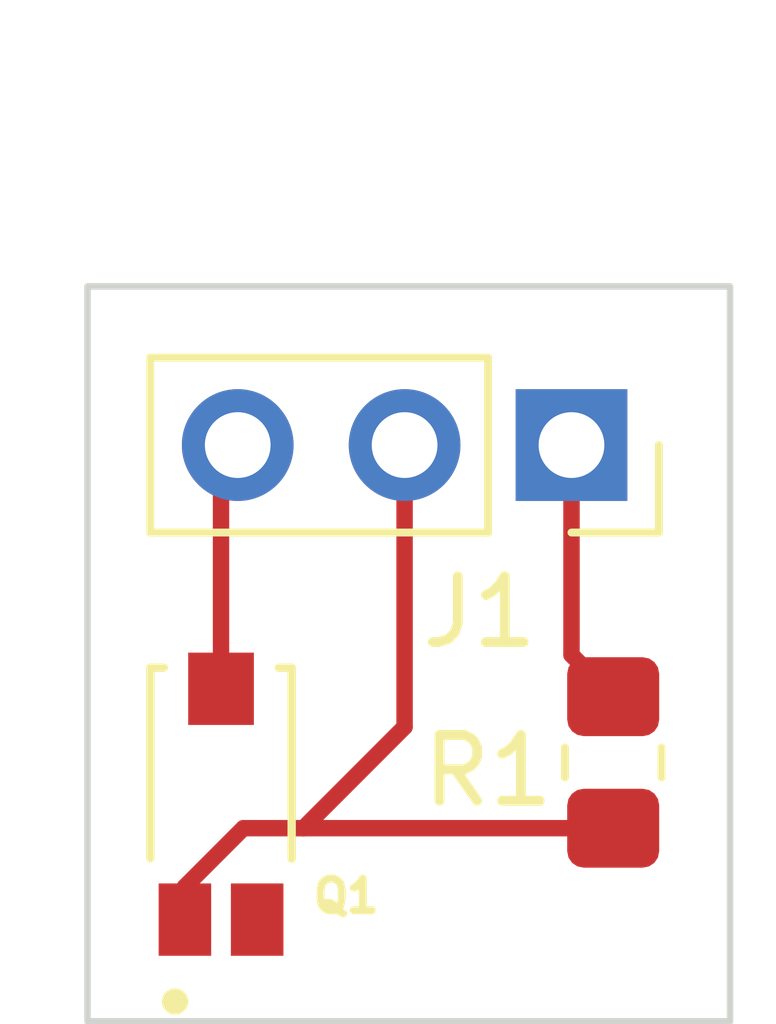
<source format=kicad_pcb>
(kicad_pcb (version 20211014) (generator pcbnew)
  (layers (0 "F.Cu" signal) (31 "B.Cu" signal) (34 "B.Paste" user) (35 "F.Paste" user) (36 "B.SilkS" user "B.Silkscreen") (37 "F.SilkS" user "F.Silkscreen") (38 "B.Mask" user) (39 "F.Mask" user) (44 "Edge.Cuts" user))
  (net 0 "")
  (net 1 "GND")
  (net 2 "/output")
  (net 3 "VCC")
  (footprint "TEMT6000X01:TRANS_TEMT6000X01" (layer "F.Cu") (at 132.334 75.819 90)
    (fp_text reference "Q1" (at -1.397 1.905 180) (layer "F.SilkS") (effects (font (size 0.480705 0.480705))))
    (fp_text value "TEMT6000X01")
    (fp_line (start 2.075 -1.075) (end 2.075 -0.87) (layer "F.SilkS") (width 0.127))
    (fp_line (start 2.075 1.075) (end -0.83 1.075) (layer "F.SilkS") (width 0.127))
    (fp_line (start 2.075 0.88) (end 2.075 1.075) (layer "F.SilkS") (width 0.127))
    (fp_line (start -0.82 -1.075) (end 2.075 -1.075) (layer "F.SilkS") (width 0.127))
    (fp_circle (center -3 -0.7) (end -2.9 -0.7) (layer "F.SilkS") (width 0.2) (fill none))
    (pad "1" smd rect locked (at -1.755 -0.55 90) (size 1.1 0.8) (layers "F.Cu" "F.Paste" "F.Mask") (net 2 "/output"))
    (pad "2" smd rect locked (at -1.755 0.55 90) (size 1.1 0.8) (layers "F.Cu" "F.Paste" "F.Mask"))
    (pad "3" smd rect locked (at 1.755 0 90) (size 1.1 1) (layers "F.Cu" "F.Paste" "F.Mask") (net 3 "VCC"))
  )
  (footprint "Resistor_SMD:R_0805_2012Metric_Pad1.20x1.40mm_HandSolder" (layer "F.Cu") (at 138.303 75.184 90)
    (fp_text reference "R1" (at -0.127 -1.905 180) (layer "F.SilkS"))
    (fp_text value "10K")
    (fp_line (start -0.227064 0.735) (end 0.227064 0.735) (layer "F.SilkS") (width 0.12))
    (fp_line (start -0.227064 -0.735) (end 0.227064 -0.735) (layer "F.SilkS") (width 0.12))
    (pad "1" smd roundrect (at -1 0 90) (size 1.2 1.4) (layers "F.Cu" "F.Paste" "F.Mask") (roundrect_rratio 0.208333) (net 2 "/output"))
    (pad "2" smd roundrect (at 1 0 90) (size 1.2 1.4) (layers "F.Cu" "F.Paste" "F.Mask") (roundrect_rratio 0.208333) (net 1 "GND"))
  )
  (footprint "Connector_PinSocket_2.54mm:PinSocket_1x03_P2.54mm_Vertical" (layer "F.Cu") (at 137.668 70.358 -90)
    (fp_text reference "J1" (at 2.54 1.397 180) (layer "F.SilkS"))
    (fp_text value "Conn_01x03_Male")
    (fp_line (start -1.33 6.41) (end 1.33 6.41) (layer "F.SilkS") (width 0.12))
    (fp_line (start 0 -1.33) (end 1.33 -1.33) (layer "F.SilkS") (width 0.12))
    (fp_line (start 1.33 1.27) (end 1.33 6.41) (layer "F.SilkS") (width 0.12))
    (fp_line (start -1.33 1.27) (end -1.33 6.41) (layer "F.SilkS") (width 0.12))
    (fp_line (start -1.33 1.27) (end 1.33 1.27) (layer "F.SilkS") (width 0.12))
    (fp_line (start 1.33 -1.33) (end 1.33 0) (layer "F.SilkS") (width 0.12))
    (pad "1" thru_hole rect (at 0 0 270) (size 1.7 1.7) (drill 1) (layers *.Cu *.Mask) (net 1 "GND"))
    (pad "2" thru_hole oval (at 0 2.54 270) (size 1.7 1.7) (drill 1) (layers *.Cu *.Mask) (net 2 "/output"))
    (pad "3" thru_hole oval (at 0 5.08 270) (size 1.7 1.7) (drill 1) (layers *.Cu *.Mask) (net 3 "VCC"))
  )
  (gr_rect (start 130.302 67.945) (end 140.081 79.121) (layer "Edge.Cuts") (width 0.1) (fill none))
  (segment (start 137.668 70.358) (end 137.668 73.549) (width 0.25) (layer "F.Cu") (net 1))
  (segment (start 137.668 73.549) (end 138.303 74.184) (width 0.25) (layer "F.Cu") (net 1))
  (segment (start 135.128 70.358) (end 135.128 74.644) (width 0.25) (layer "F.Cu") (net 2))
  (segment (start 138.303 76.184) (end 133.588 76.184) (width 0.25) (layer "F.Cu") (net 2))
  (segment (start 132.674 76.184) (end 131.784 77.074) (width 0.25) (layer "F.Cu") (net 2))
  (segment (start 131.784 77.074) (end 131.784 77.574) (width 0.25) (layer "F.Cu") (net 2))
  (segment (start 135.128 74.644) (end 133.588 76.184) (width 0.25) (layer "F.Cu") (net 2))
  (segment (start 133.588 76.184) (end 132.674 76.184) (width 0.25) (layer "F.Cu") (net 2))
  (segment (start 132.334 70.612) (end 132.588 70.358) (width 0.25) (layer "F.Cu") (net 3))
  (segment (start 132.334 74.064) (end 132.334 70.612) (width 0.25) (layer "F.Cu") (net 3))
)
</source>
